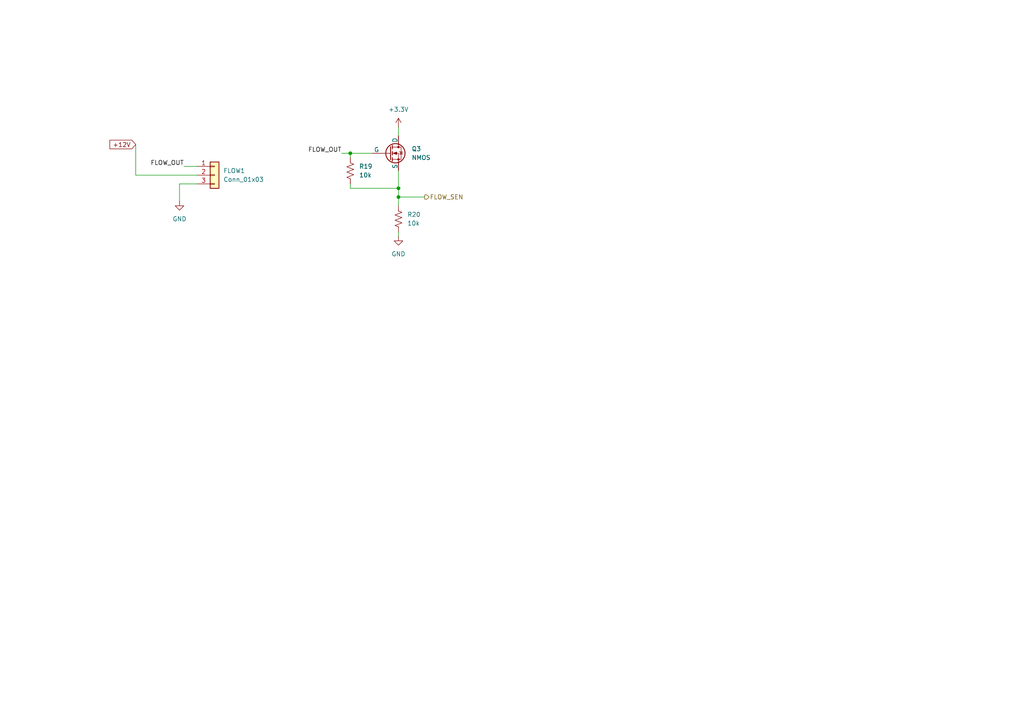
<source format=kicad_sch>
(kicad_sch (version 20231120) (generator "eeschema") (generator_version "8.0")
  (paper "A4")
  (lib_symbols
    (symbol "+3.3V_1" (power) (pin_numbers hide) (pin_names (offset 0) hide)
      (property "Value" "+3.3V" (at 0 3.556 0))
      (symbol "+3.3V_1_0_1"
        (polyline (pts (xy -0.762 1.27) (xy 0 2.54)))
        (polyline (pts (xy 0 0) (xy 0 2.54)))
        (polyline (pts (xy 0 2.54) (xy 0.762 1.27)))
      )
      (symbol "+3.3V_1_1_1"
        (pin power_in line (at 0 0 90) (length 0) (name "~") (number "1"))
      )
    )
    (symbol "Connector_Generic:Conn_01x03" (pin_names (offset 1.016) hide)
      (property "Reference" "J" (at 0 5.08 0))
      (property "Value" "Conn_01x03" (at 0 -5.08 0))
      (symbol "Conn_01x03_1_1"
        (rectangle (start -1.27 -2.413) (end 0 -2.667) (stroke (width 0.1524)))
        (rectangle (start -1.27 0.127) (end 0 -0.127) (stroke (width 0.1524)))
        (rectangle (start -1.27 2.667) (end 0 2.413) (stroke (width 0.1524)))
        (rectangle (start -1.27 3.81) (end 1.27 -3.81) (stroke (width 0.254)) (fill (type background)))
        (pin passive line (at -5.08 2.54 0) (length 3.81) (name "Pin_1") (number "1"))
        (pin passive line (at -5.08 0 0) (length 3.81) (name "Pin_2") (number "2"))
        (pin passive line (at -5.08 -2.54 0) (length 3.81) (name "Pin_3") (number "3"))
      )
    )
    (symbol "Device:R_US" (pin_numbers hide) (pin_names (offset 0))
      (property "Reference" "R" (at 2.54 0 90))
      (property "Value" "R_US" (at -2.54 0 90))
      (symbol "R_US_0_1"
        (polyline (pts (xy 0 -2.286) (xy 0 -2.54)))
        (polyline (pts (xy 0 2.286) (xy 0 2.54)))
        (polyline (pts (xy 0 -0.762) (xy 1.016 -1.143) (xy 0 -1.524) (xy -1.016 -1.905) (xy 0 -2.286)))
        (polyline (pts (xy 0 0.762) (xy 1.016 0.381) (xy 0 0) (xy -1.016 -0.381) (xy 0 -0.762)))
        (polyline (pts (xy 0 2.286) (xy 1.016 1.905) (xy 0 1.524) (xy -1.016 1.143) (xy 0 0.762)))
      )
      (symbol "R_US_1_1"
        (pin passive line (at 0 3.81 270) (length 1.27) (name "~") (number "1"))
        (pin passive line (at 0 -3.81 90) (length 1.27) (name "~") (number "2"))
      )
    )
    (symbol "Simulation_SPICE:NMOS" (pin_numbers hide) (pin_names (offset 0))
      (property "Reference" "Q" (at 5.08 1.27 0))
      (property "Value" "NMOS" (at 5.08 -1.27 0))
      (symbol "NMOS_0_1"
        (polyline (pts (xy 0.254 0) (xy -2.54 0)))
        (polyline (pts (xy 0.254 1.905) (xy 0.254 -1.905)) (stroke (width 0.254)))
        (polyline (pts (xy 0.762 -1.27) (xy 0.762 -2.286)) (stroke (width 0.254)))
        (polyline (pts (xy 0.762 0.508) (xy 0.762 -0.508)) (stroke (width 0.254)))
        (polyline (pts (xy 0.762 2.286) (xy 0.762 1.27)) (stroke (width 0.254)))
        (polyline (pts (xy 2.54 2.54) (xy 2.54 1.778)))
        (polyline (pts (xy 2.54 -2.54) (xy 2.54 0) (xy 0.762 0)))
        (polyline (pts (xy 0.762 -1.778) (xy 3.302 -1.778) (xy 3.302 1.778) (xy 0.762 1.778)))
        (polyline (pts (xy 1.016 0) (xy 2.032 0.381) (xy 2.032 -0.381) (xy 1.016 0)) (fill (type outline)))
        (polyline (pts (xy 2.794 0.508) (xy 2.921 0.381) (xy 3.683 0.381) (xy 3.81 0.254)))
        (polyline (pts (xy 3.302 0.381) (xy 2.921 -0.254) (xy 3.683 -0.254) (xy 3.302 0.381)))
        (circle (center 1.651 0) (radius 2.794) (stroke (width 0.254)))
        (circle (center 2.54 -1.778) (radius 0.254) (fill (type outline)))
        (circle (center 2.54 1.778) (radius 0.254) (fill (type outline)))
      )
      (symbol "NMOS_1_1"
        (pin passive line (at 2.54 5.08 270) (length 2.54) (name "D") (number "1"))
        (pin input line (at -5.08 0 0) (length 2.54) (name "G") (number "2"))
        (pin passive line (at 2.54 -5.08 90) (length 2.54) (name "S") (number "3"))
      )
    )
    (symbol "power:GND" (power) (pin_numbers hide) (pin_names (offset 0) hide)
      (property "Value" "GND" (at 0 -3.81 0))
      (symbol "GND_0_1"
        (polyline (pts (xy 0 0) (xy 0 -1.27) (xy 1.27 -1.27) (xy 0 -2.54) (xy -1.27 -1.27) (xy 0 -1.27)))
      )
      (symbol "GND_1_1"
        (pin power_in line (at 0 0 270) (length 0) (name "~") (number "1"))
      )
    )
  )
  (junction (at 115.57 54.61))
  (junction (at 115.57 57.15))
  (junction (at 101.6 44.45))
  (wire (pts (xy 39.37 50.8) (xy 39.37 41.91)))
  (wire (pts (xy 53.34 48.26) (xy 57.15 48.26)))
  (wire (pts (xy 101.6 44.45) (xy 101.6 45.72)))
  (wire (pts (xy 115.57 57.15) (xy 115.57 59.69)))
  (wire (pts (xy 101.6 54.61) (xy 101.6 53.34)))
  (wire (pts (xy 115.57 36.83) (xy 115.57 39.37)))
  (wire (pts (xy 115.57 54.61) (xy 115.57 57.15)))
  (wire (pts (xy 57.15 53.34) (xy 52.07 53.34)))
  (wire (pts (xy 52.07 53.34) (xy 52.07 58.42)))
  (wire (pts (xy 115.57 57.15) (xy 123.19 57.15)))
  (wire (pts (xy 115.57 49.53) (xy 115.57 54.61)))
  (wire (pts (xy 115.57 68.58) (xy 115.57 67.31)))
  (wire (pts (xy 57.15 50.8) (xy 39.37 50.8)))
  (wire (pts (xy 101.6 44.45) (xy 107.95 44.45)))
  (wire (pts (xy 101.6 54.61) (xy 115.57 54.61)))
  (wire (pts (xy 99.06 44.45) (xy 101.6 44.45)))
  (label "FLOW_OUT" (at 99.06 44.45 180))
  (label "FLOW_OUT" (at 53.34 48.26 180))
  (global_label "+12V" (shape input) (at 39.37 41.91 180) (property "Intersheetrefs" "${INTERSHEET_REFS}" (effects (hide yes))))
  (hierarchical_label "FLOW_SEN" (shape output) (at 123.19 57.15 0))
  (symbol (lib_id "Device:R_US") (at 101.6 49.53 0) (unit 1)
    (property "Reference" "R19" (at 104.14 48.2599 0) (effects (justify left)))
    (property "Value" "10k" (at 104.14 50.7999 0) (effects (justify left)))
    (property "Footprint" "Resistor_SMD:R_0805_2012Metric" (effects (hide yes)))
    (property "Description" "Resistor, US symbol" (effects (hide yes)))
  )
  (symbol (lib_id "Connector_Generic:Conn_01x03") (at 62.23 50.8 0) (unit 1)
    (property "Reference" "FLOW1" (at 64.77 49.5299 0) (effects (justify left)))
    (property "Value" "Conn_01x03" (at 64.77 52.0699 0) (effects (justify left)))
    (property "Footprint" "UTSVT_Connectors:Molex_MicroFit3.0_1x3xP3.00mm_PolarizingPeg_Vertical" (effects (hide yes)))
    (property "Datasheet" "https://koolance.com/ins-fm17h-coolant-flow-meter?specsheet=1" (effects (hide yes)))
    (property "Description" "Generic connector, single row, 01x03, script generated (kicad-library-utils/schlib/autogen/connector/)" (effects (hide yes)))
    (property "Notes" "jst xhp 3 connector for flowrate sensor" (effects (hide yes)))
  )
  (symbol (lib_id "power:GND") (at 52.07 58.42 0) (unit 1)
    (property "Reference" "#PWR031" (effects (hide yes)))
    (property "Value" "GND" (at 52.07 63.5 0))
    (property "Description" "Power symbol creates a global label with name \"GND\" , ground" (effects (hide yes)))
  )
  (symbol (lib_id "Simulation_SPICE:NMOS") (at 113.03 44.45 0) (unit 1)
    (property "Reference" "Q3" (at 119.38 43.1799 0) (effects (justify left)))
    (property "Value" "NMOS" (at 119.38 45.7199 0) (effects (justify left)))
    (property "Footprint" "Package_TO_SOT_SMD:LFPAK33" (effects (hide yes)))
    (property "Datasheet" "https://ngspice.sourceforge.io/docs/ngspice-html-manual/manual.xhtml#cha_MOSFETs" (effects (hide yes)))
    (property "Description" "N-MOSFET transistor, drain/source/gate" (effects (hide yes)))
    (property "Sim.Device" "NMOS" (effects (hide yes)))
    (property "Sim.Type" "VDMOS" (effects (hide yes)))
    (property "Sim.Pins" "1=D 2=G 3=S" (effects (hide yes)))
  )
  (symbol (lib_name "+3.3V_1") (lib_id "power:+3.3V") (at 115.57 36.83 0) (unit 1)
    (property "Reference" "#PWR030" (effects (hide yes)))
    (property "Value" "+3.3V" (at 115.57 31.75 0))
    (property "Description" "Power symbol creates a global label with name \"+3.3V\"" (effects (hide yes)))
  )
  (symbol (lib_id "power:GND") (at 115.57 68.58 0) (unit 1)
    (property "Reference" "#PWR032" (effects (hide yes)))
    (property "Value" "GND" (at 115.57 73.66 0))
    (property "Description" "Power symbol creates a global label with name \"GND\" , ground" (effects (hide yes)))
  )
  (symbol (lib_id "Device:R_US") (at 115.57 63.5 0) (unit 1)
    (property "Reference" "R20" (at 118.11 62.2299 0) (effects (justify left)))
    (property "Value" "10k" (at 118.11 64.7699 0) (effects (justify left)))
    (property "Footprint" "Resistor_SMD:R_0805_2012Metric" (effects (hide yes)))
    (property "Description" "Resistor, US symbol" (effects (hide yes)))
  )
)
</source>
